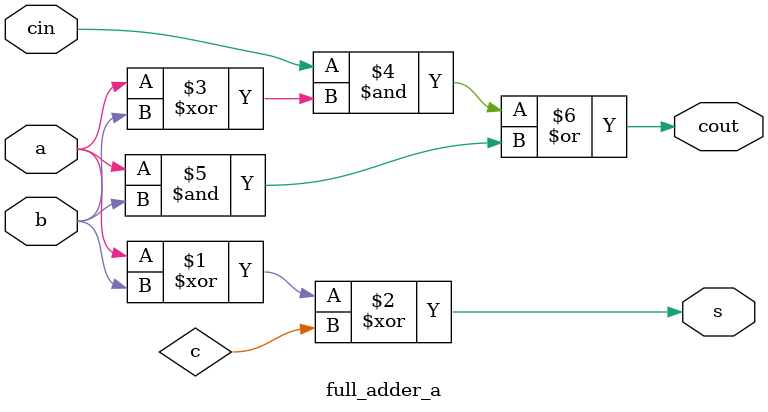
<source format=v>
`timescale 1ns / 1ps


module full_adder_a(
    input a,
    input b,
    input cin,
    output s,
    output cout
    );
    
assign s=(a^b)^c;
assign cout=cin&(a^b)|a&b;
    
endmodule

</source>
